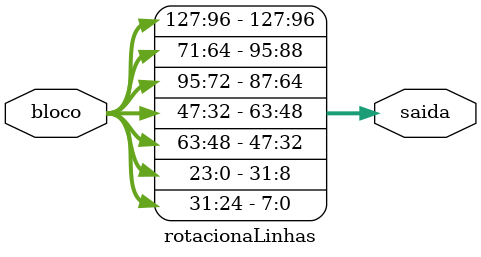
<source format=v>
module rotacionaLinhas (
    input wire[127:0] bloco,
    output wire [127:0] saida
);
    
    // Linha 0
    assign saida[127:96] = bloco[127:96];

    // Linha 1
    assign saida[95:88] = bloco[71:64];
    assign saida[87:64] = bloco[95:72];
    
    // Linha 2
    assign saida[63:48] = bloco[47:32];
    assign saida[47:32] = bloco[63:48];

    // Linha 3
    assign saida[31:8] = bloco[23:0];
    assign saida[7:0] = bloco[31:24];

endmodule
</source>
